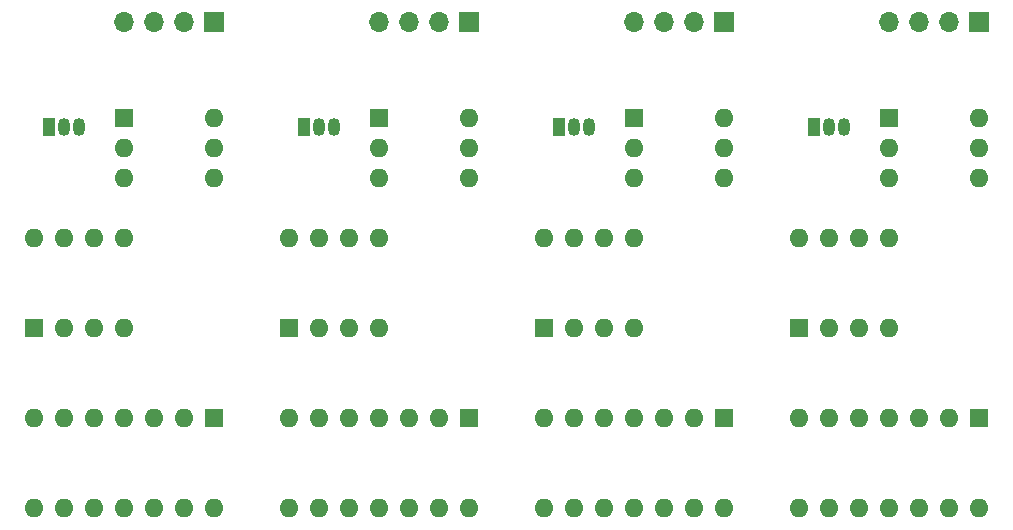
<source format=gbr>
%TF.GenerationSoftware,KiCad,Pcbnew,7.0.5*%
%TF.CreationDate,2025-02-11T02:47:10-05:00*%
%TF.ProjectId,ssr_load_switch,7373725f-6c6f-4616-945f-737769746368,rev?*%
%TF.SameCoordinates,Original*%
%TF.FileFunction,Soldermask,Bot*%
%TF.FilePolarity,Negative*%
%FSLAX46Y46*%
G04 Gerber Fmt 4.6, Leading zero omitted, Abs format (unit mm)*
G04 Created by KiCad (PCBNEW 7.0.5) date 2025-02-11 02:47:10*
%MOMM*%
%LPD*%
G01*
G04 APERTURE LIST*
%ADD10R,1.600000X1.600000*%
%ADD11O,1.600000X1.600000*%
%ADD12R,1.050000X1.500000*%
%ADD13O,1.050000X1.500000*%
%ADD14R,1.700000X1.700000*%
%ADD15O,1.700000X1.700000*%
G04 APERTURE END LIST*
D10*
%TO.C,U4*%
X31504074Y-50845000D03*
D11*
X28964074Y-50845000D03*
X26424074Y-50845000D03*
X23884074Y-50845000D03*
X21344074Y-50845000D03*
X18804074Y-50845000D03*
X16264074Y-50845000D03*
X16264074Y-58465000D03*
X18804074Y-58465000D03*
X21344074Y-58465000D03*
X23884074Y-58465000D03*
X26424074Y-58465000D03*
X28964074Y-58465000D03*
X31504074Y-58465000D03*
%TD*%
D10*
%TO.C,U2*%
X16274074Y-43225000D03*
D11*
X18814074Y-43225000D03*
X21354074Y-43225000D03*
X23894074Y-43225000D03*
X23894074Y-35605000D03*
X21354074Y-35605000D03*
X18814074Y-35605000D03*
X16274074Y-35605000D03*
%TD*%
D10*
%TO.C,U1*%
X23884074Y-25445000D03*
D11*
X23884074Y-27985000D03*
X23884074Y-30525000D03*
X31504074Y-30525000D03*
X31504074Y-27985000D03*
X31504074Y-25445000D03*
%TD*%
D12*
%TO.C,Q1*%
X17534074Y-26245000D03*
D13*
X18804074Y-26245000D03*
X20074074Y-26245000D03*
%TD*%
D14*
%TO.C,J1*%
X31504074Y-17355000D03*
D15*
X28964074Y-17355000D03*
X26424074Y-17355000D03*
X23884074Y-17355000D03*
%TD*%
D10*
%TO.C,U4*%
X53094074Y-50845000D03*
D11*
X50554074Y-50845000D03*
X48014074Y-50845000D03*
X45474074Y-50845000D03*
X42934074Y-50845000D03*
X40394074Y-50845000D03*
X37854074Y-50845000D03*
X37854074Y-58465000D03*
X40394074Y-58465000D03*
X42934074Y-58465000D03*
X45474074Y-58465000D03*
X48014074Y-58465000D03*
X50554074Y-58465000D03*
X53094074Y-58465000D03*
%TD*%
D10*
%TO.C,U2*%
X37864074Y-43225000D03*
D11*
X40404074Y-43225000D03*
X42944074Y-43225000D03*
X45484074Y-43225000D03*
X45484074Y-35605000D03*
X42944074Y-35605000D03*
X40404074Y-35605000D03*
X37864074Y-35605000D03*
%TD*%
D10*
%TO.C,U1*%
X45474074Y-25445000D03*
D11*
X45474074Y-27985000D03*
X45474074Y-30525000D03*
X53094074Y-30525000D03*
X53094074Y-27985000D03*
X53094074Y-25445000D03*
%TD*%
D12*
%TO.C,Q1*%
X39124074Y-26245000D03*
D13*
X40394074Y-26245000D03*
X41664074Y-26245000D03*
%TD*%
D14*
%TO.C,J1*%
X53094074Y-17355000D03*
D15*
X50554074Y-17355000D03*
X48014074Y-17355000D03*
X45474074Y-17355000D03*
%TD*%
D10*
%TO.C,U4*%
X74684074Y-50845000D03*
D11*
X72144074Y-50845000D03*
X69604074Y-50845000D03*
X67064074Y-50845000D03*
X64524074Y-50845000D03*
X61984074Y-50845000D03*
X59444074Y-50845000D03*
X59444074Y-58465000D03*
X61984074Y-58465000D03*
X64524074Y-58465000D03*
X67064074Y-58465000D03*
X69604074Y-58465000D03*
X72144074Y-58465000D03*
X74684074Y-58465000D03*
%TD*%
D10*
%TO.C,U2*%
X59454074Y-43225000D03*
D11*
X61994074Y-43225000D03*
X64534074Y-43225000D03*
X67074074Y-43225000D03*
X67074074Y-35605000D03*
X64534074Y-35605000D03*
X61994074Y-35605000D03*
X59454074Y-35605000D03*
%TD*%
D10*
%TO.C,U1*%
X67064074Y-25445000D03*
D11*
X67064074Y-27985000D03*
X67064074Y-30525000D03*
X74684074Y-30525000D03*
X74684074Y-27985000D03*
X74684074Y-25445000D03*
%TD*%
D12*
%TO.C,Q1*%
X60714074Y-26245000D03*
D13*
X61984074Y-26245000D03*
X63254074Y-26245000D03*
%TD*%
D14*
%TO.C,J1*%
X74684074Y-17355000D03*
D15*
X72144074Y-17355000D03*
X69604074Y-17355000D03*
X67064074Y-17355000D03*
%TD*%
D10*
%TO.C,U4*%
X96274074Y-50845000D03*
D11*
X93734074Y-50845000D03*
X91194074Y-50845000D03*
X88654074Y-50845000D03*
X86114074Y-50845000D03*
X83574074Y-50845000D03*
X81034074Y-50845000D03*
X81034074Y-58465000D03*
X83574074Y-58465000D03*
X86114074Y-58465000D03*
X88654074Y-58465000D03*
X91194074Y-58465000D03*
X93734074Y-58465000D03*
X96274074Y-58465000D03*
%TD*%
D10*
%TO.C,U2*%
X81044074Y-43225000D03*
D11*
X83584074Y-43225000D03*
X86124074Y-43225000D03*
X88664074Y-43225000D03*
X88664074Y-35605000D03*
X86124074Y-35605000D03*
X83584074Y-35605000D03*
X81044074Y-35605000D03*
%TD*%
D10*
%TO.C,U1*%
X88654074Y-25445000D03*
D11*
X88654074Y-27985000D03*
X88654074Y-30525000D03*
X96274074Y-30525000D03*
X96274074Y-27985000D03*
X96274074Y-25445000D03*
%TD*%
D12*
%TO.C,Q1*%
X82304074Y-26245000D03*
D13*
X83574074Y-26245000D03*
X84844074Y-26245000D03*
%TD*%
D14*
%TO.C,J1*%
X96274074Y-17355000D03*
D15*
X93734074Y-17355000D03*
X91194074Y-17355000D03*
X88654074Y-17355000D03*
%TD*%
M02*

</source>
